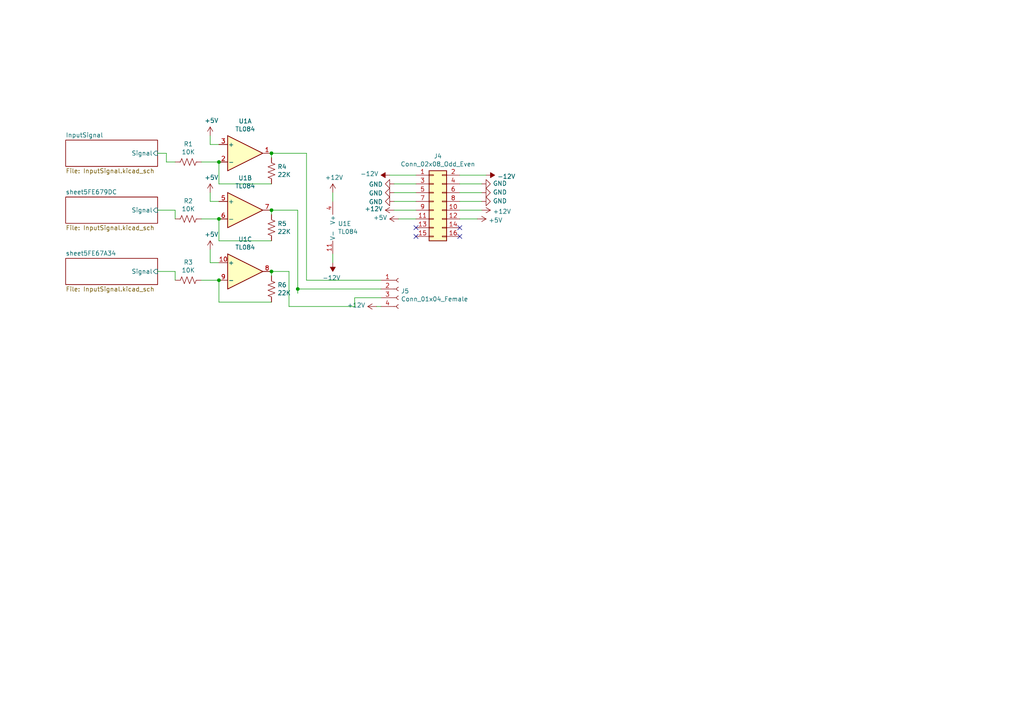
<source format=kicad_sch>
(kicad_sch (version 20211123) (generator eeschema)
  (paper "A4")
  (lib_symbols
    (symbol "Amplifier_Operational:TL084" (pin_names (offset 0.127))
      (property "Reference" "U" (at 0 5.08 0))
      (property "Value" "TL084" (at 0 -5.08 0))
      (symbol "TL084_1_1"
        (polyline (pts (xy -5.08 5.08) (xy 5.08 0) (xy -5.08 -5.08) (xy -5.08 5.08)) (stroke (width 0.254)) (fill (type background)))
        (pin output line (at 7.62 0 180) (length 2.54) (name "~") (number "1"))
        (pin input line (at -7.62 -2.54 0) (length 2.54) (name "-") (number "2"))
        (pin input line (at -7.62 2.54 0) (length 2.54) (name "+") (number "3"))
      )
      (symbol "TL084_2_1"
        (polyline (pts (xy -5.08 5.08) (xy 5.08 0) (xy -5.08 -5.08) (xy -5.08 5.08)) (stroke (width 0.254)) (fill (type background)))
        (pin input line (at -7.62 2.54 0) (length 2.54) (name "+") (number "5"))
        (pin input line (at -7.62 -2.54 0) (length 2.54) (name "-") (number "6"))
        (pin output line (at 7.62 0 180) (length 2.54) (name "~") (number "7"))
      )
      (symbol "TL084_3_1"
        (polyline (pts (xy -5.08 5.08) (xy 5.08 0) (xy -5.08 -5.08) (xy -5.08 5.08)) (stroke (width 0.254)) (fill (type background)))
        (pin input line (at -7.62 2.54 0) (length 2.54) (name "+") (number "10"))
        (pin output line (at 7.62 0 180) (length 2.54) (name "~") (number "8"))
        (pin input line (at -7.62 -2.54 0) (length 2.54) (name "-") (number "9"))
      )
      (symbol "TL084_4_1"
        (polyline (pts (xy -5.08 5.08) (xy 5.08 0) (xy -5.08 -5.08) (xy -5.08 5.08)) (stroke (width 0.254)) (fill (type background)))
        (pin input line (at -7.62 2.54 0) (length 2.54) (name "+") (number "12"))
        (pin input line (at -7.62 -2.54 0) (length 2.54) (name "-") (number "13"))
        (pin output line (at 7.62 0 180) (length 2.54) (name "~") (number "14"))
      )
      (symbol "TL084_5_1"
        (pin power_in line (at -2.54 -7.62 90) (length 3.81) (name "V-") (number "11"))
        (pin power_in line (at -2.54 7.62 270) (length 3.81) (name "V+") (number "4"))
      )
    )
    (symbol "Connector:Conn_01x04_Female" (pin_names (offset 1.016) hide)
      (property "Reference" "J" (at 0 5.08 0))
      (property "Value" "Conn_01x04_Female" (at 0 -7.62 0))
      (symbol "Conn_01x04_Female_1_1"
        (arc (start 0 -4.572) (mid -0.508 -5.08) (end 0 -5.588) (stroke (width 0.1524)))
        (arc (start 0 -2.032) (mid -0.508 -2.54) (end 0 -3.048) (stroke (width 0.1524)))
        (polyline (pts (xy -1.27 -5.08) (xy -0.508 -5.08)) (stroke (width 0.1524)))
        (polyline (pts (xy -1.27 -2.54) (xy -0.508 -2.54)) (stroke (width 0.1524)))
        (polyline (pts (xy -1.27 0) (xy -0.508 0)) (stroke (width 0.1524)))
        (polyline (pts (xy -1.27 2.54) (xy -0.508 2.54)) (stroke (width 0.1524)))
        (arc (start 0 0.508) (mid -0.508 0) (end 0 -0.508) (stroke (width 0.1524)))
        (arc (start 0 3.048) (mid -0.508 2.54) (end 0 2.032) (stroke (width 0.1524)))
        (pin passive line (at -5.08 2.54 0) (length 3.81) (name "Pin_1") (number "1"))
        (pin passive line (at -5.08 0 0) (length 3.81) (name "Pin_2") (number "2"))
        (pin passive line (at -5.08 -2.54 0) (length 3.81) (name "Pin_3") (number "3"))
        (pin passive line (at -5.08 -5.08 0) (length 3.81) (name "Pin_4") (number "4"))
      )
    )
    (symbol "Connector_Generic:Conn_02x08_Odd_Even" (pin_names (offset 1.016) hide)
      (property "Reference" "J" (at 1.27 10.16 0))
      (property "Value" "Conn_02x08_Odd_Even" (at 1.27 -12.7 0))
      (symbol "Conn_02x08_Odd_Even_1_1"
        (rectangle (start -1.27 -10.033) (end 0 -10.287) (stroke (width 0.1524)))
        (rectangle (start -1.27 -7.493) (end 0 -7.747) (stroke (width 0.1524)))
        (rectangle (start -1.27 -4.953) (end 0 -5.207) (stroke (width 0.1524)))
        (rectangle (start -1.27 -2.413) (end 0 -2.667) (stroke (width 0.1524)))
        (rectangle (start -1.27 0.127) (end 0 -0.127) (stroke (width 0.1524)))
        (rectangle (start -1.27 2.667) (end 0 2.413) (stroke (width 0.1524)))
        (rectangle (start -1.27 5.207) (end 0 4.953) (stroke (width 0.1524)))
        (rectangle (start -1.27 7.747) (end 0 7.493) (stroke (width 0.1524)))
        (rectangle (start -1.27 8.89) (end 3.81 -11.43) (stroke (width 0.254)) (fill (type background)))
        (rectangle (start 3.81 -10.033) (end 2.54 -10.287) (stroke (width 0.1524)))
        (rectangle (start 3.81 -7.493) (end 2.54 -7.747) (stroke (width 0.1524)))
        (rectangle (start 3.81 -4.953) (end 2.54 -5.207) (stroke (width 0.1524)))
        (rectangle (start 3.81 -2.413) (end 2.54 -2.667) (stroke (width 0.1524)))
        (rectangle (start 3.81 0.127) (end 2.54 -0.127) (stroke (width 0.1524)))
        (rectangle (start 3.81 2.667) (end 2.54 2.413) (stroke (width 0.1524)))
        (rectangle (start 3.81 5.207) (end 2.54 4.953) (stroke (width 0.1524)))
        (rectangle (start 3.81 7.747) (end 2.54 7.493) (stroke (width 0.1524)))
        (pin passive line (at -5.08 7.62 0) (length 3.81) (name "Pin_1") (number "1"))
        (pin passive line (at 7.62 -2.54 180) (length 3.81) (name "Pin_10") (number "10"))
        (pin passive line (at -5.08 -5.08 0) (length 3.81) (name "Pin_11") (number "11"))
        (pin passive line (at 7.62 -5.08 180) (length 3.81) (name "Pin_12") (number "12"))
        (pin passive line (at -5.08 -7.62 0) (length 3.81) (name "Pin_13") (number "13"))
        (pin passive line (at 7.62 -7.62 180) (length 3.81) (name "Pin_14") (number "14"))
        (pin passive line (at -5.08 -10.16 0) (length 3.81) (name "Pin_15") (number "15"))
        (pin passive line (at 7.62 -10.16 180) (length 3.81) (name "Pin_16") (number "16"))
        (pin passive line (at 7.62 7.62 180) (length 3.81) (name "Pin_2") (number "2"))
        (pin passive line (at -5.08 5.08 0) (length 3.81) (name "Pin_3") (number "3"))
        (pin passive line (at 7.62 5.08 180) (length 3.81) (name "Pin_4") (number "4"))
        (pin passive line (at -5.08 2.54 0) (length 3.81) (name "Pin_5") (number "5"))
        (pin passive line (at 7.62 2.54 180) (length 3.81) (name "Pin_6") (number "6"))
        (pin passive line (at -5.08 0 0) (length 3.81) (name "Pin_7") (number "7"))
        (pin passive line (at 7.62 0 180) (length 3.81) (name "Pin_8") (number "8"))
        (pin passive line (at -5.08 -2.54 0) (length 3.81) (name "Pin_9") (number "9"))
      )
    )
    (symbol "Device:R_US" (pin_numbers hide) (pin_names (offset 0))
      (property "Reference" "R" (at 2.54 0 90))
      (property "Value" "R_US" (at -2.54 0 90))
      (symbol "R_US_0_1"
        (polyline (pts (xy 0 -2.286) (xy 0 -2.54)))
        (polyline (pts (xy 0 2.286) (xy 0 2.54)))
        (polyline (pts (xy 0 -0.762) (xy 1.016 -1.143) (xy 0 -1.524) (xy -1.016 -1.905) (xy 0 -2.286)))
        (polyline (pts (xy 0 0.762) (xy 1.016 0.381) (xy 0 0) (xy -1.016 -0.381) (xy 0 -0.762)))
        (polyline (pts (xy 0 2.286) (xy 1.016 1.905) (xy 0 1.524) (xy -1.016 1.143) (xy 0 0.762)))
      )
      (symbol "R_US_1_1"
        (pin passive line (at 0 3.81 270) (length 1.27) (name "~") (number "1"))
        (pin passive line (at 0 -3.81 90) (length 1.27) (name "~") (number "2"))
      )
    )
    (symbol "power:+12V" (power) (pin_names (offset 0))
      (property "Value" "+12V" (at 0 3.556 0))
      (symbol "+12V_0_1"
        (polyline (pts (xy -0.762 1.27) (xy 0 2.54)))
        (polyline (pts (xy 0 0) (xy 0 2.54)))
        (polyline (pts (xy 0 2.54) (xy 0.762 1.27)))
      )
      (symbol "+12V_1_1"
        (pin power_in line (at 0 0 90) (length 0) hide (name "+12V") (number "1"))
      )
    )
    (symbol "power:+5V" (power) (pin_names (offset 0))
      (property "Value" "+5V" (at 0 3.556 0))
      (symbol "+5V_0_1"
        (polyline (pts (xy -0.762 1.27) (xy 0 2.54)))
        (polyline (pts (xy 0 0) (xy 0 2.54)))
        (polyline (pts (xy 0 2.54) (xy 0.762 1.27)))
      )
      (symbol "+5V_1_1"
        (pin power_in line (at 0 0 90) (length 0) hide (name "+5V") (number "1"))
      )
    )
    (symbol "power:-12V" (power) (pin_names (offset 0))
      (property "Value" "-12V" (at 0 3.81 0))
      (symbol "-12V_0_0"
        (pin power_in line (at 0 0 90) (length 0) hide (name "-12V") (number "1"))
      )
      (symbol "-12V_0_1"
        (polyline (pts (xy 0 0) (xy 0 1.27) (xy 0.762 1.27) (xy 0 2.54) (xy -0.762 1.27) (xy 0 1.27)) (fill (type outline)))
      )
    )
    (symbol "power:GND" (power) (pin_names (offset 0))
      (property "Value" "GND" (at 0 -3.81 0))
      (symbol "GND_0_1"
        (polyline (pts (xy 0 0) (xy 0 -1.27) (xy 1.27 -1.27) (xy 0 -2.54) (xy -1.27 -1.27) (xy 0 -1.27)))
      )
      (symbol "GND_1_1"
        (pin power_in line (at 0 0 270) (length 0) hide (name "GND") (number "1"))
      )
    )
  )
  (junction (at 63.5 81.28))
  (junction (at 86.36 83.82))
  (junction (at 78.74 78.74))
  (junction (at 63.5 63.5))
  (junction (at 78.74 60.96))
  (junction (at 63.5 46.99))
  (junction (at 78.74 44.45))
  (no_connect (at 120.65 66.04))
  (no_connect (at 120.65 68.58))
  (no_connect (at 133.35 66.04))
  (no_connect (at 133.35 68.58))
  (wire (pts (xy 60.96 41.91) (xy 63.5 41.91)))
  (wire (pts (xy 60.96 55.88) (xy 60.96 58.42)))
  (wire (pts (xy 86.36 60.96) (xy 78.74 60.96)))
  (wire (pts (xy 60.96 58.42) (xy 63.5 58.42)))
  (wire (pts (xy 133.35 58.42) (xy 139.7 58.42)))
  (wire (pts (xy 83.82 88.9) (xy 102.87 88.9)))
  (wire (pts (xy 109.22 88.9) (xy 110.49 88.9)))
  (wire (pts (xy 115.57 63.5) (xy 120.65 63.5)))
  (wire (pts (xy 133.35 60.96) (xy 139.7 60.96)))
  (wire (pts (xy 78.74 69.85) (xy 63.5 69.85)))
  (wire (pts (xy 86.36 83.82) (xy 86.36 60.96)))
  (wire (pts (xy 133.35 53.34) (xy 139.7 53.34)))
  (wire (pts (xy 48.26 46.99) (xy 48.26 44.45)))
  (wire (pts (xy 114.3 60.96) (xy 120.65 60.96)))
  (wire (pts (xy 78.74 78.74) (xy 78.74 80.01)))
  (wire (pts (xy 63.5 81.28) (xy 58.42 81.28)))
  (wire (pts (xy 50.8 63.5) (xy 50.8 60.96)))
  (wire (pts (xy 114.3 58.42) (xy 120.65 58.42)))
  (wire (pts (xy 102.87 86.36) (xy 110.49 86.36)))
  (wire (pts (xy 113.03 50.8) (xy 120.65 50.8)))
  (wire (pts (xy 78.74 45.72) (xy 78.74 44.45)))
  (wire (pts (xy 63.5 87.63) (xy 63.5 81.28)))
  (wire (pts (xy 86.36 85.09) (xy 86.36 83.82)))
  (wire (pts (xy 63.5 53.34) (xy 63.5 46.99)))
  (wire (pts (xy 114.3 55.88) (xy 120.65 55.88)))
  (wire (pts (xy 78.74 44.45) (xy 88.9 44.45)))
  (wire (pts (xy 48.26 44.45) (xy 45.72 44.45)))
  (wire (pts (xy 102.87 88.9) (xy 102.87 86.36)))
  (wire (pts (xy 63.5 63.5) (xy 58.42 63.5)))
  (wire (pts (xy 83.82 78.74) (xy 83.82 88.9)))
  (wire (pts (xy 60.96 76.2) (xy 63.5 76.2)))
  (wire (pts (xy 50.8 78.74) (xy 45.72 78.74)))
  (wire (pts (xy 63.5 46.99) (xy 58.42 46.99)))
  (wire (pts (xy 133.35 55.88) (xy 139.7 55.88)))
  (wire (pts (xy 110.49 83.82) (xy 86.36 83.82)))
  (wire (pts (xy 78.74 87.63) (xy 63.5 87.63)))
  (wire (pts (xy 50.8 81.28) (xy 50.8 78.74)))
  (wire (pts (xy 96.52 76.2) (xy 96.52 73.66)))
  (wire (pts (xy 133.35 63.5) (xy 138.43 63.5)))
  (wire (pts (xy 133.35 50.8) (xy 140.97 50.8)))
  (wire (pts (xy 78.74 62.23) (xy 78.74 60.96)))
  (wire (pts (xy 60.96 72.39) (xy 60.96 76.2)))
  (wire (pts (xy 78.74 53.34) (xy 63.5 53.34)))
  (wire (pts (xy 50.8 46.99) (xy 48.26 46.99)))
  (wire (pts (xy 50.8 60.96) (xy 45.72 60.96)))
  (wire (pts (xy 96.52 55.88) (xy 96.52 58.42)))
  (wire (pts (xy 78.74 78.74) (xy 83.82 78.74)))
  (wire (pts (xy 88.9 81.28) (xy 110.49 81.28)))
  (wire (pts (xy 88.9 44.45) (xy 88.9 81.28)))
  (wire (pts (xy 60.96 39.37) (xy 60.96 41.91)))
  (wire (pts (xy 63.5 69.85) (xy 63.5 63.5)))
  (wire (pts (xy 114.3 53.34) (xy 120.65 53.34)))
  (symbol (lib_id "Amplifier_Operational:TL084") (at 71.12 44.45 0) (unit 1)
    (property "Reference" "U1" (at 71.12 35.1282 0))
    (property "Value" "TL084" (at 71.12 37.4396 0))
    (property "Footprint" "Package_DIP:DIP-14_W7.62mm_Socket" (effects hide))
    (property "Datasheet" "http://www.ti.com/lit/ds/symlink/tl081.pdf" (effects hide))
  )
  (symbol (lib_id "Amplifier_Operational:TL084") (at 71.12 60.96 0) (unit 2)
    (property "Reference" "U1" (at 71.12 51.6382 0))
    (property "Value" "TL084" (at 71.12 53.9496 0))
    (property "Footprint" "Package_DIP:DIP-14_W7.62mm_Socket" (effects hide))
    (property "Datasheet" "http://www.ti.com/lit/ds/symlink/tl081.pdf" (effects hide))
  )
  (symbol (lib_id "Amplifier_Operational:TL084") (at 71.12 78.74 0) (unit 3)
    (property "Reference" "U1" (at 71.12 69.4182 0))
    (property "Value" "TL084" (at 71.12 71.7296 0))
    (property "Footprint" "Package_DIP:DIP-14_W7.62mm_Socket" (effects hide))
    (property "Datasheet" "http://www.ti.com/lit/ds/symlink/tl081.pdf" (effects hide))
  )
  (symbol (lib_id "Amplifier_Operational:TL084") (at 99.06 66.04 0) (unit 5)
    (property "Reference" "U1" (at 97.9932 64.8716 0) (effects (justify left)))
    (property "Value" "TL084" (at 97.9932 67.183 0) (effects (justify left)))
    (property "Footprint" "Package_DIP:DIP-14_W7.62mm_Socket" (effects hide))
    (property "Datasheet" "http://www.ti.com/lit/ds/symlink/tl081.pdf" (effects hide))
  )
  (symbol (lib_id "power:+12V") (at 96.52 55.88 0) (unit 1)
    (property "Reference" "#PWR0101" (effects hide))
    (property "Value" "+12V" (at 96.901 51.4858 0))
  )
  (symbol (lib_id "Device:R_US") (at 54.61 46.99 270) (unit 1)
    (property "Reference" "R1" (at 54.61 41.783 90))
    (property "Value" "10K" (at 54.61 44.0944 90))
    (property "Footprint" "SynthDiy:R_Axial_DIN0207_L6.3mm_D2.5mm_P7.62mm_Horizontal" (effects hide))
  )
  (symbol (lib_id "Device:R_US") (at 54.61 63.5 270) (unit 1)
    (property "Reference" "R2" (at 54.61 58.293 90))
    (property "Value" "10K" (at 54.61 60.6044 90))
    (property "Footprint" "SynthDiy:R_Axial_DIN0207_L6.3mm_D2.5mm_P7.62mm_Horizontal" (effects hide))
  )
  (symbol (lib_id "Device:R_US") (at 54.61 81.28 270) (unit 1)
    (property "Reference" "R3" (at 54.61 76.073 90))
    (property "Value" "10K" (at 54.61 78.3844 90))
    (property "Footprint" "SynthDiy:R_Axial_DIN0207_L6.3mm_D2.5mm_P7.62mm_Horizontal" (effects hide))
  )
  (symbol (lib_id "Device:R_US") (at 78.74 66.04 180) (unit 1)
    (property "Reference" "R5" (at 80.4672 64.8716 0) (effects (justify right)))
    (property "Value" "22K" (at 80.4672 67.183 0) (effects (justify right)))
    (property "Footprint" "SynthDiy:R_Axial_DIN0207_L6.3mm_D2.5mm_P7.62mm_Horizontal" (effects hide))
  )
  (symbol (lib_id "Device:R_US") (at 78.74 49.53 180) (unit 1)
    (property "Reference" "R4" (at 80.4672 48.3616 0) (effects (justify right)))
    (property "Value" "22K" (at 80.4672 50.673 0) (effects (justify right)))
    (property "Footprint" "SynthDiy:R_Axial_DIN0207_L6.3mm_D2.5mm_P7.62mm_Horizontal" (effects hide))
  )
  (symbol (lib_id "Device:R_US") (at 78.74 83.82 180) (unit 1)
    (property "Reference" "R6" (at 80.4672 82.6516 0) (effects (justify right)))
    (property "Value" "22K" (at 80.4672 84.963 0) (effects (justify right)))
    (property "Footprint" "SynthDiy:R_Axial_DIN0207_L6.3mm_D2.5mm_P7.62mm_Horizontal" (effects hide))
  )
  (symbol (lib_id "power:+5V") (at 60.96 72.39 0) (unit 1)
    (property "Reference" "#PWR0103" (effects hide))
    (property "Value" "+5V" (at 61.341 67.9958 0))
  )
  (symbol (lib_id "power:+5V") (at 60.96 55.88 0) (unit 1)
    (property "Reference" "#PWR0104" (effects hide))
    (property "Value" "+5V" (at 61.341 51.4858 0))
  )
  (symbol (lib_id "power:+5V") (at 60.96 39.37 0) (unit 1)
    (property "Reference" "#PWR0105" (effects hide))
    (property "Value" "+5V" (at 61.341 34.9758 0))
  )
  (symbol (lib_id "power:+5V") (at 138.43 63.5 270) (unit 1)
    (property "Reference" "#PWR0118" (effects hide))
    (property "Value" "+5V" (at 141.6812 63.881 90) (effects (justify left)))
  )
  (symbol (lib_id "power:+5V") (at 115.57 63.5 90) (unit 1)
    (property "Reference" "#PWR0119" (effects hide))
    (property "Value" "+5V" (at 112.3188 63.119 90) (effects (justify left)))
  )
  (symbol (lib_id "power:+12V") (at 139.7 60.96 270) (unit 1)
    (property "Reference" "#PWR0120" (effects hide))
    (property "Value" "+12V" (at 142.9512 61.341 90) (effects (justify left)))
  )
  (symbol (lib_id "power:+12V") (at 114.3 60.96 90) (unit 1)
    (property "Reference" "#PWR0121" (effects hide))
    (property "Value" "+12V" (at 111.0488 60.579 90) (effects (justify left)))
  )
  (symbol (lib_id "power:GND") (at 139.7 58.42 90) (unit 1)
    (property "Reference" "#PWR0122" (effects hide))
    (property "Value" "GND" (at 142.9512 58.293 90) (effects (justify right)))
  )
  (symbol (lib_id "power:GND") (at 114.3 58.42 270) (unit 1)
    (property "Reference" "#PWR0123" (effects hide))
    (property "Value" "GND" (at 111.0488 58.547 90) (effects (justify right)))
  )
  (symbol (lib_id "power:GND") (at 114.3 55.88 270) (unit 1)
    (property "Reference" "#PWR0124" (effects hide))
    (property "Value" "GND" (at 111.0488 56.007 90) (effects (justify right)))
  )
  (symbol (lib_id "power:GND") (at 139.7 55.88 90) (unit 1)
    (property "Reference" "#PWR0125" (effects hide))
    (property "Value" "GND" (at 142.9512 55.753 90) (effects (justify right)))
  )
  (symbol (lib_id "power:GND") (at 114.3 53.34 270) (unit 1)
    (property "Reference" "#PWR0126" (effects hide))
    (property "Value" "GND" (at 111.0488 53.467 90) (effects (justify right)))
  )
  (symbol (lib_id "power:GND") (at 139.7 53.34 90) (unit 1)
    (property "Reference" "#PWR0127" (effects hide))
    (property "Value" "GND" (at 142.9512 53.213 90) (effects (justify right)))
  )
  (symbol (lib_id "Connector:Conn_01x04_Female") (at 115.57 83.82 0) (unit 1)
    (property "Reference" "J5" (at 116.2812 84.4296 0) (effects (justify left)))
    (property "Value" "Conn_01x04_Female" (at 116.2812 86.741 0) (effects (justify left)))
    (property "Footprint" "Connector_PinHeader_2.54mm:PinHeader_1x04_P2.54mm_Vertical" (effects hide))
  )
  (symbol (lib_id "power:+12V") (at 109.22 88.9 90) (unit 1)
    (property "Reference" "#PWR0128" (effects hide))
    (property "Value" "+12V" (at 105.9688 88.519 90) (effects (justify left)))
  )
  (symbol (lib_id "power:-12V") (at 96.52 76.2 180) (unit 1)
    (property "Reference" "#PWR0102" (effects hide))
    (property "Value" "-12V" (at 96.139 80.5942 0))
  )
  (symbol (lib_id "power:-12V") (at 140.97 50.8 270) (unit 1)
    (property "Reference" "#PWR0108" (effects hide))
    (property "Value" "-12V" (at 144.2212 51.181 90) (effects (justify left)))
  )
  (symbol (lib_id "power:-12V") (at 113.03 50.8 90) (unit 1)
    (property "Reference" "#PWR0109" (effects hide))
    (property "Value" "-12V" (at 109.7788 50.419 90) (effects (justify left)))
  )
  (symbol (lib_id "Connector_Generic:Conn_02x08_Odd_Even") (at 125.73 58.42 0) (unit 1)
    (property "Reference" "J4" (at 127 45.2882 0))
    (property "Value" "Conn_02x08_Odd_Even" (at 127 47.5996 0))
    (property "Footprint" "Connector_PinHeader_2.54mm:PinHeader_2x08_P2.54mm_Vertical" (effects hide))
  )
  (sheet (at 19.05 40.64) (size 26.67 7.62)
    (property "Sheet name" "InputSignal" (at 19.05 39.9284 0) (effects (justify left bottom)))
    (property "Sheet file" "InputSignal.kicad_sch" (at 19.05 48.8446 0) (effects (justify left top)))
    (pin "Signal" input (at 45.72 44.45 0))
  )
  (sheet (at 19.05 57.15) (size 26.67 7.62)
    (property "Sheet name" "sheet5FE679DC" (at 19.05 56.4384 0) (effects (justify left bottom)))
    (property "Sheet file" "InputSignal.kicad_sch" (at 19.05 65.3546 0) (effects (justify left top)))
    (pin "Signal" input (at 45.72 60.96 0))
  )
  (sheet (at 19.05 74.93) (size 26.67 7.62)
    (property "Sheet name" "sheet5FE67A34" (at 19.05 74.2184 0) (effects (justify left bottom)))
    (property "Sheet file" "InputSignal.kicad_sch" (at 19.05 83.1346 0) (effects (justify left top)))
    (pin "Signal" input (at 45.72 78.74 0))
  )
)
</source>
